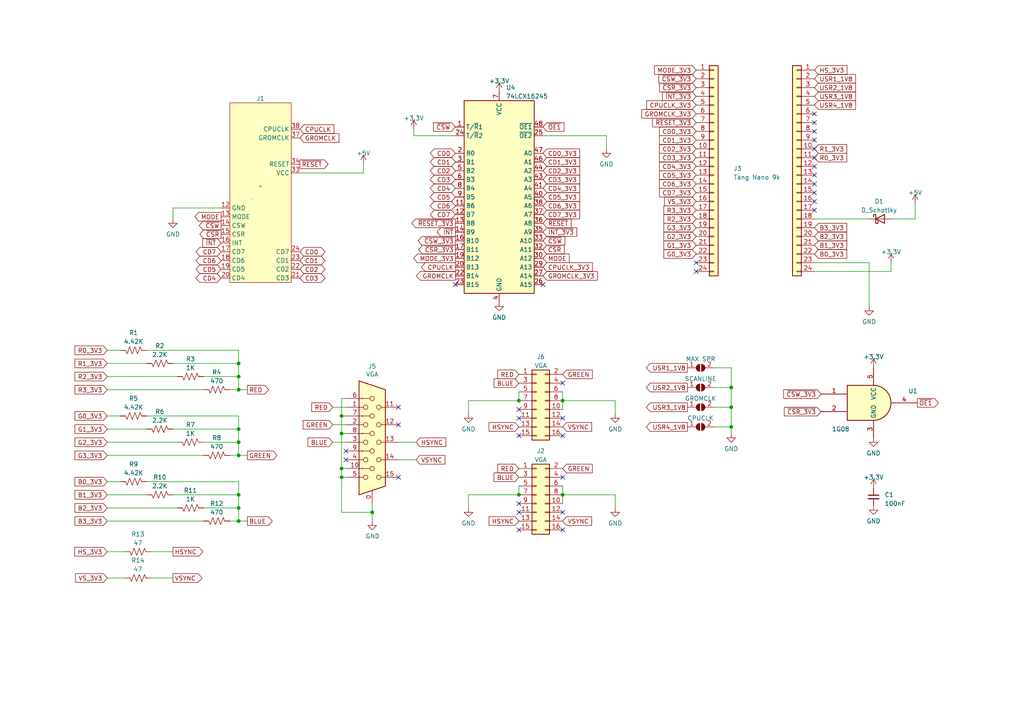
<source format=kicad_sch>
(kicad_sch (version 20230121) (generator eeschema)
  (paper "A4")
  (lib_symbols
    (symbol "74xGxx:74AHC1G08"
      (property "Reference" "U" (at -2.54 3.81 0))
      (property "Value" "74AHC1G08" (at 0 -3.81 0))
      (symbol "74AHC1G08_0_1"
        (arc (start 0 -5.08) (mid 5.0579 0) (end 0 5.08) (stroke (width 0.254)) (fill (type background)))
        (polyline (pts (xy 0 -5.08) (xy -7.62 -5.08) (xy -7.62 5.08) (xy 0 5.08)) (stroke (width 0.254)) (fill (type background)))
      )
      (symbol "74AHC1G08_1_1"
        (pin input line (at -15.24 2.54 0) (length 7.62) (name "~") (number "1"))
        (pin input line (at -15.24 -2.54 0) (length 7.62) (name "~") (number "2"))
        (pin power_in line (at 0 -10.16 90) (length 5.08) (name "GND") (number "3"))
        (pin output line (at 12.7 0 180) (length 7.62) (name "~") (number "4"))
        (pin power_in line (at 0 10.16 270) (length 5.08) (name "VCC") (number "5"))
      )
    )
    (symbol "74xx:MC74LCX16245DT"
      (property "Reference" "U" (at -10.16 29.21 0))
      (property "Value" "MC74LCX16245DT" (at 2.54 -29.21 0))
      (symbol "MC74LCX16245DT_0_1"
        (rectangle (start -10.16 27.94) (end 10.16 -27.94) (stroke (width 0.254)) (fill (type background)))
      )
      (symbol "MC74LCX16245DT_1_1"
        (pin input line (at -12.7 20.32 0) (length 2.54) (name "T/~{R}1") (number "1"))
        (pin passive line (at 0 -30.48 90) (length 2.54) hide (name "GND") (number "10"))
        (pin bidirectional line (at -12.7 -2.54 0) (length 2.54) (name "B6") (number "11"))
        (pin bidirectional line (at -12.7 -5.08 0) (length 2.54) (name "B7") (number "12"))
        (pin bidirectional line (at -12.7 -7.62 0) (length 2.54) (name "B8") (number "13"))
        (pin bidirectional line (at -12.7 -10.16 0) (length 2.54) (name "B9") (number "14"))
        (pin passive line (at 0 -30.48 90) (length 2.54) hide (name "GND") (number "15"))
        (pin bidirectional line (at -12.7 -12.7 0) (length 2.54) (name "B10") (number "16"))
        (pin bidirectional line (at -12.7 -15.24 0) (length 2.54) (name "B11") (number "17"))
        (pin passive line (at 0 30.48 270) (length 2.54) hide (name "VCC") (number "18"))
        (pin bidirectional line (at -12.7 -17.78 0) (length 2.54) (name "B12") (number "19"))
        (pin bidirectional line (at -12.7 12.7 0) (length 2.54) (name "B0") (number "2"))
        (pin bidirectional line (at -12.7 -20.32 0) (length 2.54) (name "B13") (number "20"))
        (pin passive line (at 0 -30.48 90) (length 2.54) hide (name "GND") (number "21"))
        (pin bidirectional line (at -12.7 -22.86 0) (length 2.54) (name "B14") (number "22"))
        (pin bidirectional line (at -12.7 -25.4 0) (length 2.54) (name "B15") (number "23"))
        (pin input line (at -12.7 17.78 0) (length 2.54) (name "T/~{R}2") (number "24"))
        (pin input line (at 12.7 17.78 180) (length 2.54) (name "~{OE2}") (number "25"))
        (pin bidirectional line (at 12.7 -25.4 180) (length 2.54) (name "A15") (number "26"))
        (pin bidirectional line (at 12.7 -22.86 180) (length 2.54) (name "A14") (number "27"))
        (pin passive line (at 0 -30.48 90) (length 2.54) hide (name "GND") (number "28"))
        (pin bidirectional line (at 12.7 -20.32 180) (length 2.54) (name "A13") (number "29"))
        (pin bidirectional line (at -12.7 10.16 0) (length 2.54) (name "B1") (number "3"))
        (pin bidirectional line (at 12.7 -17.78 180) (length 2.54) (name "A12") (number "30"))
        (pin passive line (at 0 30.48 270) (length 2.54) hide (name "VCC") (number "31"))
        (pin bidirectional line (at 12.7 -15.24 180) (length 2.54) (name "A11") (number "32"))
        (pin bidirectional line (at 12.7 -12.7 180) (length 2.54) (name "A10") (number "33"))
        (pin passive line (at 0 -30.48 90) (length 2.54) hide (name "GND") (number "34"))
        (pin bidirectional line (at 12.7 -10.16 180) (length 2.54) (name "A9") (number "35"))
        (pin bidirectional line (at 12.7 -7.62 180) (length 2.54) (name "A8") (number "36"))
        (pin bidirectional line (at 12.7 -5.08 180) (length 2.54) (name "A7") (number "37"))
        (pin bidirectional line (at 12.7 -2.54 180) (length 2.54) (name "A6") (number "38"))
        (pin passive line (at 0 -30.48 90) (length 2.54) hide (name "GND") (number "39"))
        (pin power_in line (at 0 -30.48 90) (length 2.54) (name "GND") (number "4"))
        (pin bidirectional line (at 12.7 0 180) (length 2.54) (name "A5") (number "40"))
        (pin bidirectional line (at 12.7 2.54 180) (length 2.54) (name "A4") (number "41"))
        (pin passive line (at 0 30.48 270) (length 2.54) hide (name "VCC") (number "42"))
        (pin bidirectional line (at 12.7 5.08 180) (length 2.54) (name "A3") (number "43"))
        (pin bidirectional line (at 12.7 7.62 180) (length 2.54) (name "A2") (number "44"))
        (pin passive line (at 0 -30.48 90) (length 2.54) hide (name "GND") (number "45"))
        (pin bidirectional line (at 12.7 10.16 180) (length 2.54) (name "A1") (number "46"))
        (pin bidirectional line (at 12.7 12.7 180) (length 2.54) (name "A0") (number "47"))
        (pin input line (at 12.7 20.32 180) (length 2.54) (name "~{OE1}") (number "48"))
        (pin bidirectional line (at -12.7 7.62 0) (length 2.54) (name "B2") (number "5"))
        (pin bidirectional line (at -12.7 5.08 0) (length 2.54) (name "B3") (number "6"))
        (pin power_in line (at 0 30.48 270) (length 2.54) (name "VCC") (number "7"))
        (pin bidirectional line (at -12.7 2.54 0) (length 2.54) (name "B4") (number "8"))
        (pin bidirectional line (at -12.7 0 0) (length 2.54) (name "B5") (number "9"))
      )
    )
    (symbol "Connector:DB15_Female_HighDensity_MountingHoles" (pin_names (offset 1.016) hide)
      (property "Reference" "J" (at 0 21.59 0))
      (property "Value" "DB15_Female_HighDensity_MountingHoles" (at 0 19.05 0))
      (symbol "DB15_Female_HighDensity_MountingHoles_0_1"
        (circle (center -1.905 -10.16) (radius 0.635))
        (circle (center -1.905 -5.08) (radius 0.635))
        (circle (center -1.905 0) (radius 0.635))
        (circle (center -1.905 5.08) (radius 0.635))
        (circle (center -1.905 10.16) (radius 0.635))
        (circle (center 0 -7.62) (radius 0.635))
        (circle (center 0 -2.54) (radius 0.635))
        (polyline (pts (xy -3.175 7.62) (xy -0.635 7.62)))
        (polyline (pts (xy -0.635 -7.62) (xy -3.175 -7.62)))
        (polyline (pts (xy -0.635 -2.54) (xy -3.175 -2.54)))
        (polyline (pts (xy -0.635 2.54) (xy -3.175 2.54)))
        (polyline (pts (xy -0.635 12.7) (xy -3.175 12.7)))
        (polyline (pts (xy -3.81 17.78) (xy -3.81 -15.24) (xy 3.81 -12.7) (xy 3.81 15.24) (xy -3.81 17.78)) (stroke (width 0.254)) (fill (type background)))
        (circle (center 0 2.54) (radius 0.635))
        (circle (center 0 7.62) (radius 0.635))
        (circle (center 0 12.7) (radius 0.635))
        (circle (center 1.905 -10.16) (radius 0.635))
        (circle (center 1.905 -5.08) (radius 0.635))
        (circle (center 1.905 0) (radius 0.635))
        (circle (center 1.905 5.08) (radius 0.635))
        (circle (center 1.905 10.16) (radius 0.635))
      )
      (symbol "DB15_Female_HighDensity_MountingHoles_1_1"
        (pin passive line (at 0 -17.78 90) (length 3.81) (name "~") (number "0"))
        (pin passive line (at -7.62 10.16 0) (length 5.08) (name "~") (number "1"))
        (pin passive line (at -7.62 -7.62 0) (length 5.08) (name "~") (number "10"))
        (pin passive line (at 7.62 10.16 180) (length 5.08) (name "~") (number "11"))
        (pin passive line (at 7.62 5.08 180) (length 5.08) (name "~") (number "12"))
        (pin passive line (at 7.62 0 180) (length 5.08) (name "~") (number "13"))
        (pin passive line (at 7.62 -5.08 180) (length 5.08) (name "~") (number "14"))
        (pin passive line (at 7.62 -10.16 180) (length 5.08) (name "~") (number "15"))
        (pin passive line (at -7.62 5.08 0) (length 5.08) (name "~") (number "2"))
        (pin passive line (at -7.62 0 0) (length 5.08) (name "~") (number "3"))
        (pin passive line (at -7.62 -5.08 0) (length 5.08) (name "~") (number "4"))
        (pin passive line (at -7.62 -10.16 0) (length 5.08) (name "~") (number "5"))
        (pin passive line (at -7.62 12.7 0) (length 5.08) (name "~") (number "6"))
        (pin passive line (at -7.62 7.62 0) (length 5.08) (name "~") (number "7"))
        (pin passive line (at -7.62 2.54 0) (length 5.08) (name "~") (number "8"))
        (pin passive line (at -7.62 -2.54 0) (length 5.08) (name "~") (number "9"))
      )
    )
    (symbol "Connector_Generic:Conn_01x24" (pin_names (offset 1.016) hide)
      (property "Reference" "J" (at 0 30.48 0))
      (property "Value" "Conn_01x24" (at 0 -33.02 0))
      (symbol "Conn_01x24_1_1"
        (rectangle (start -1.27 -30.353) (end 0 -30.607) (stroke (width 0.1524)))
        (rectangle (start -1.27 -27.813) (end 0 -28.067) (stroke (width 0.1524)))
        (rectangle (start -1.27 -25.273) (end 0 -25.527) (stroke (width 0.1524)))
        (rectangle (start -1.27 -22.733) (end 0 -22.987) (stroke (width 0.1524)))
        (rectangle (start -1.27 -20.193) (end 0 -20.447) (stroke (width 0.1524)))
        (rectangle (start -1.27 -17.653) (end 0 -17.907) (stroke (width 0.1524)))
        (rectangle (start -1.27 -15.113) (end 0 -15.367) (stroke (width 0.1524)))
        (rectangle (start -1.27 -12.573) (end 0 -12.827) (stroke (width 0.1524)))
        (rectangle (start -1.27 -10.033) (end 0 -10.287) (stroke (width 0.1524)))
        (rectangle (start -1.27 -7.493) (end 0 -7.747) (stroke (width 0.1524)))
        (rectangle (start -1.27 -4.953) (end 0 -5.207) (stroke (width 0.1524)))
        (rectangle (start -1.27 -2.413) (end 0 -2.667) (stroke (width 0.1524)))
        (rectangle (start -1.27 0.127) (end 0 -0.127) (stroke (width 0.1524)))
        (rectangle (start -1.27 2.667) (end 0 2.413) (stroke (width 0.1524)))
        (rectangle (start -1.27 5.207) (end 0 4.953) (stroke (width 0.1524)))
        (rectangle (start -1.27 7.747) (end 0 7.493) (stroke (width 0.1524)))
        (rectangle (start -1.27 10.287) (end 0 10.033) (stroke (width 0.1524)))
        (rectangle (start -1.27 12.827) (end 0 12.573) (stroke (width 0.1524)))
        (rectangle (start -1.27 15.367) (end 0 15.113) (stroke (width 0.1524)))
        (rectangle (start -1.27 17.907) (end 0 17.653) (stroke (width 0.1524)))
        (rectangle (start -1.27 20.447) (end 0 20.193) (stroke (width 0.1524)))
        (rectangle (start -1.27 22.987) (end 0 22.733) (stroke (width 0.1524)))
        (rectangle (start -1.27 25.527) (end 0 25.273) (stroke (width 0.1524)))
        (rectangle (start -1.27 28.067) (end 0 27.813) (stroke (width 0.1524)))
        (rectangle (start -1.27 29.21) (end 1.27 -31.75) (stroke (width 0.254)) (fill (type background)))
        (pin passive line (at -5.08 27.94 0) (length 3.81) (name "Pin_1") (number "1"))
        (pin passive line (at -5.08 5.08 0) (length 3.81) (name "Pin_10") (number "10"))
        (pin passive line (at -5.08 2.54 0) (length 3.81) (name "Pin_11") (number "11"))
        (pin passive line (at -5.08 0 0) (length 3.81) (name "Pin_12") (number "12"))
        (pin passive line (at -5.08 -2.54 0) (length 3.81) (name "Pin_13") (number "13"))
        (pin passive line (at -5.08 -5.08 0) (length 3.81) (name "Pin_14") (number "14"))
        (pin passive line (at -5.08 -7.62 0) (length 3.81) (name "Pin_15") (number "15"))
        (pin passive line (at -5.08 -10.16 0) (length 3.81) (name "Pin_16") (number "16"))
        (pin passive line (at -5.08 -12.7 0) (length 3.81) (name "Pin_17") (number "17"))
        (pin passive line (at -5.08 -15.24 0) (length 3.81) (name "Pin_18") (number "18"))
        (pin passive line (at -5.08 -17.78 0) (length 3.81) (name "Pin_19") (number "19"))
        (pin passive line (at -5.08 25.4 0) (length 3.81) (name "Pin_2") (number "2"))
        (pin passive line (at -5.08 -20.32 0) (length 3.81) (name "Pin_20") (number "20"))
        (pin passive line (at -5.08 -22.86 0) (length 3.81) (name "Pin_21") (number "21"))
        (pin passive line (at -5.08 -25.4 0) (length 3.81) (name "Pin_22") (number "22"))
        (pin passive line (at -5.08 -27.94 0) (length 3.81) (name "Pin_23") (number "23"))
        (pin passive line (at -5.08 -30.48 0) (length 3.81) (name "Pin_24") (number "24"))
        (pin passive line (at -5.08 22.86 0) (length 3.81) (name "Pin_3") (number "3"))
        (pin passive line (at -5.08 20.32 0) (length 3.81) (name "Pin_4") (number "4"))
        (pin passive line (at -5.08 17.78 0) (length 3.81) (name "Pin_5") (number "5"))
        (pin passive line (at -5.08 15.24 0) (length 3.81) (name "Pin_6") (number "6"))
        (pin passive line (at -5.08 12.7 0) (length 3.81) (name "Pin_7") (number "7"))
        (pin passive line (at -5.08 10.16 0) (length 3.81) (name "Pin_8") (number "8"))
        (pin passive line (at -5.08 7.62 0) (length 3.81) (name "Pin_9") (number "9"))
      )
    )
    (symbol "Connector_Generic:Conn_02x08_Odd_Even" (pin_names (offset 1.016) hide)
      (property "Reference" "J" (at 1.27 10.16 0))
      (property "Value" "Conn_02x08_Odd_Even" (at 1.27 -12.7 0))
      (symbol "Conn_02x08_Odd_Even_1_1"
        (rectangle (start -1.27 -10.033) (end 0 -10.287) (stroke (width 0.1524)))
        (rectangle (start -1.27 -7.493) (end 0 -7.747) (stroke (width 0.1524)))
        (rectangle (start -1.27 -4.953) (end 0 -5.207) (stroke (width 0.1524)))
        (rectangle (start -1.27 -2.413) (end 0 -2.667) (stroke (width 0.1524)))
        (rectangle (start -1.27 0.127) (end 0 -0.127) (stroke (width 0.1524)))
        (rectangle (start -1.27 2.667) (end 0 2.413) (stroke (width 0.1524)))
        (rectangle (start -1.27 5.207) (end 0 4.953) (stroke (width 0.1524)))
        (rectangle (start -1.27 7.747) (end 0 7.493) (stroke (width 0.1524)))
        (rectangle (start -1.27 8.89) (end 3.81 -11.43) (stroke (width 0.254)) (fill (type background)))
        (rectangle (start 3.81 -10.033) (end 2.54 -10.287) (stroke (width 0.1524)))
        (rectangle (start 3.81 -7.493) (end 2.54 -7.747) (stroke (width 0.1524)))
        (rectangle (start 3.81 -4.953) (end 2.54 -5.207) (stroke (width 0.1524)))
        (rectangle (start 3.81 -2.413) (end 2.54 -2.667) (stroke (width 0.1524)))
        (rectangle (start 3.81 0.127) (end 2.54 -0.127) (stroke (width 0.1524)))
        (rectangle (start 3.81 2.667) (end 2.54 2.413) (stroke (width 0.1524)))
        (rectangle (start 3.81 5.207) (end 2.54 4.953) (stroke (width 0.1524)))
        (rectangle (start 3.81 7.747) (end 2.54 7.493) (stroke (width 0.1524)))
        (pin passive line (at -5.08 7.62 0) (length 3.81) (name "Pin_1") (number "1"))
        (pin passive line (at 7.62 -2.54 180) (length 3.81) (name "Pin_10") (number "10"))
        (pin passive line (at -5.08 -5.08 0) (length 3.81) (name "Pin_11") (number "11"))
        (pin passive line (at 7.62 -5.08 180) (length 3.81) (name "Pin_12") (number "12"))
        (pin passive line (at -5.08 -7.62 0) (length 3.81) (name "Pin_13") (number "13"))
        (pin passive line (at 7.62 -7.62 180) (length 3.81) (name "Pin_14") (number "14"))
        (pin passive line (at -5.08 -10.16 0) (length 3.81) (name "Pin_15") (number "15"))
        (pin passive line (at 7.62 -10.16 180) (length 3.81) (name "Pin_16") (number "16"))
        (pin passive line (at 7.62 7.62 180) (length 3.81) (name "Pin_2") (number "2"))
        (pin passive line (at -5.08 5.08 0) (length 3.81) (name "Pin_3") (number "3"))
        (pin passive line (at 7.62 5.08 180) (length 3.81) (name "Pin_4") (number "4"))
        (pin passive line (at -5.08 2.54 0) (length 3.81) (name "Pin_5") (number "5"))
        (pin passive line (at 7.62 2.54 180) (length 3.81) (name "Pin_6") (number "6"))
        (pin passive line (at -5.08 0 0) (length 3.81) (name "Pin_7") (number "7"))
        (pin passive line (at 7.62 0 180) (length 3.81) (name "Pin_8") (number "8"))
        (pin passive line (at -5.08 -2.54 0) (length 3.81) (name "Pin_9") (number "9"))
      )
    )
    (symbol "Device:C_Small" (pin_numbers hide) (pin_names (offset 0.254) hide)
      (property "Reference" "C" (at 0.254 1.778 0))
      (property "Value" "C_Small" (at 0.254 -2.032 0))
      (symbol "C_Small_0_1"
        (polyline (pts (xy -1.524 -0.508) (xy 1.524 -0.508)) (stroke (width 0.3302)))
        (polyline (pts (xy -1.524 0.508) (xy 1.524 0.508)) (stroke (width 0.3048)))
      )
      (symbol "C_Small_1_1"
        (pin passive line (at 0 2.54 270) (length 2.032) (name "~") (number "1"))
        (pin passive line (at 0 -2.54 90) (length 2.032) (name "~") (number "2"))
      )
    )
    (symbol "Device:D_Schottky" (pin_numbers hide) (pin_names (offset 1.016) hide)
      (property "Reference" "D" (at 0 2.54 0))
      (property "Value" "D_Schottky" (at 0 -2.54 0))
      (symbol "D_Schottky_0_1"
        (polyline (pts (xy 1.27 0) (xy -1.27 0)))
        (polyline (pts (xy 1.27 1.27) (xy 1.27 -1.27) (xy -1.27 0) (xy 1.27 1.27)) (stroke (width 0.254)))
        (polyline (pts (xy -1.905 0.635) (xy -1.905 1.27) (xy -1.27 1.27) (xy -1.27 -1.27) (xy -0.635 -1.27) (xy -0.635 -0.635)) (stroke (width 0.254)))
      )
      (symbol "D_Schottky_1_1"
        (pin passive line (at -3.81 0 0) (length 2.54) (name "K") (number "1"))
        (pin passive line (at 3.81 0 180) (length 2.54) (name "A") (number "2"))
      )
    )
    (symbol "Device:R_US" (pin_numbers hide) (pin_names (offset 0))
      (property "Reference" "R" (at 2.54 0 90))
      (property "Value" "R_US" (at -2.54 0 90))
      (symbol "R_US_0_1"
        (polyline (pts (xy 0 -2.286) (xy 0 -2.54)))
        (polyline (pts (xy 0 2.286) (xy 0 2.54)))
        (polyline (pts (xy 0 -0.762) (xy 1.016 -1.143) (xy 0 -1.524) (xy -1.016 -1.905) (xy 0 -2.286)))
        (polyline (pts (xy 0 0.762) (xy 1.016 0.381) (xy 0 0) (xy -1.016 -0.381) (xy 0 -0.762)))
        (polyline (pts (xy 0 2.286) (xy 1.016 1.905) (xy 0 1.524) (xy -1.016 1.143) (xy 0 0.762)))
      )
      (symbol "R_US_1_1"
        (pin passive line (at 0 3.81 270) (length 1.27) (name "~") (number "1"))
        (pin passive line (at 0 -3.81 90) (length 1.27) (name "~") (number "2"))
      )
    )
    (symbol "SolderJumper_2_Open_1" (pin_names (offset 0) hide)
      (symbol "SolderJumper_2_Open_1_0_1"
        (arc (start -0.254 1.016) (mid -1.2656 0) (end -0.254 -1.016))
        (arc (start -0.254 1.016) (mid -1.2656 0) (end -0.254 -1.016) (fill (type outline)))
        (polyline (pts (xy -0.254 1.016) (xy -0.254 -1.016)))
        (polyline (pts (xy 0.254 1.016) (xy 0.254 -1.016)))
        (arc (start 0.254 -1.016) (mid 1.2656 0) (end 0.254 1.016))
        (arc (start 0.254 -1.016) (mid 1.2656 0) (end 0.254 1.016) (fill (type outline)))
      )
      (symbol "SolderJumper_2_Open_1_1_1"
        (pin passive line (at -3.81 0 0) (length 2.54) (name "A") (number "1"))
        (pin passive line (at 3.81 0 180) (length 2.54) (name "B") (number "2"))
      )
    )
    (symbol "f18a_tn9k:TMS99xxA_Replacement"
      (property "Reference" "J" (at 0 0 0))
      (symbol "TMS99xxA_Replacement_0_1"
        (rectangle (start -2.54 -3.81) (end -2.54 -3.81))
      )
      (symbol "TMS99xxA_Replacement_1_1"
        (rectangle (start -8.89 24.13) (end 8.89 -27.94) (fill (type background)))
        (pin power_out line (at -11.43 -6.35 0) (length 2.54) (name "GND") (number "12"))
        (pin output line (at -11.43 -8.89 0) (length 2.54) (name "MODE") (number "13"))
        (pin output line (at -11.43 -11.43 0) (length 2.54) (name "CSW") (number "14"))
        (pin output line (at -11.43 -13.97 0) (length 2.54) (name "CSR") (number "15"))
        (pin input line (at -11.43 -16.51 0) (length 2.54) (name "INT") (number "16"))
        (pin bidirectional line (at -11.43 -19.05 0) (length 2.54) (name "CD7") (number "17"))
        (pin bidirectional line (at -11.43 -21.59 0) (length 2.54) (name "CD6") (number "18"))
        (pin bidirectional line (at -11.43 -24.13 0) (length 2.54) (name "CD5") (number "19"))
        (pin bidirectional line (at -11.43 -26.67 0) (length 2.54) (name "CD4") (number "20"))
        (pin bidirectional line (at 11.43 -26.67 180) (length 2.54) (name "CD3") (number "21"))
        (pin bidirectional line (at 11.43 -24.13 180) (length 2.54) (name "CD2") (number "22"))
        (pin bidirectional line (at 11.43 -21.59 180) (length 2.54) (name "CD1") (number "23"))
        (pin bidirectional line (at 11.43 -19.05 180) (length 2.54) (name "CD7") (number "24"))
        (pin power_out line (at 11.43 3.81 180) (length 2.54) (name "VCC") (number "33"))
        (pin output line (at 11.43 6.35 180) (length 2.54) (name "RESET") (number "34"))
        (pin input line (at 11.43 13.97 180) (length 2.54) (name "GROMCLK") (number "37"))
        (pin input line (at 11.43 16.51 180) (length 2.54) (name "CPUCLK") (number "38"))
      )
    )
    (symbol "power:+3.3V" (power) (pin_names (offset 0))
      (property "Value" "+3.3V" (at 0 3.556 0))
      (symbol "+3.3V_0_1"
        (polyline (pts (xy -0.762 1.27) (xy 0 2.54)))
        (polyline (pts (xy 0 0) (xy 0 2.54)))
        (polyline (pts (xy 0 2.54) (xy 0.762 1.27)))
      )
      (symbol "+3.3V_1_1"
        (pin power_in line (at 0 0 90) (length 0) hide (name "+3.3V") (number "1"))
      )
    )
    (symbol "power:+5V" (power) (pin_names (offset 0))
      (property "Value" "+5V" (at 0 3.556 0))
      (symbol "+5V_0_1"
        (polyline (pts (xy -0.762 1.27) (xy 0 2.54)))
        (polyline (pts (xy 0 0) (xy 0 2.54)))
        (polyline (pts (xy 0 2.54) (xy 0.762 1.27)))
      )
      (symbol "+5V_1_1"
        (pin power_in line (at 0 0 90) (length 0) hide (name "+5V") (number "1"))
      )
    )
    (symbol "power:GND" (power) (pin_names (offset 0))
      (property "Value" "GND" (at 0 -3.81 0))
      (symbol "GND_0_1"
        (polyline (pts (xy 0 0) (xy 0 -1.27) (xy 1.27 -1.27) (xy 0 -2.54) (xy -1.27 -1.27) (xy 0 -1.27)))
      )
      (symbol "GND_1_1"
        (pin power_in line (at 0 0 270) (length 0) hide (name "GND") (number "1"))
      )
    )
  )
  (junction (at 107.95 148.59))
  (junction (at 69.215 124.46))
  (junction (at 69.215 151.13))
  (junction (at 150.495 116.205))
  (junction (at 99.06 135.89))
  (junction (at 99.06 138.43))
  (junction (at 99.06 125.73))
  (junction (at 212.09 118.11))
  (junction (at 69.215 113.03))
  (junction (at 69.215 105.41))
  (junction (at 163.195 143.51))
  (junction (at 69.215 109.22))
  (junction (at 163.195 116.205))
  (junction (at 212.09 123.825))
  (junction (at 69.215 147.32))
  (junction (at 150.495 143.51))
  (junction (at 212.09 112.395))
  (junction (at 69.215 143.51))
  (junction (at 69.215 128.27))
  (junction (at 99.06 120.65))
  (junction (at 69.215 132.08))
  (no_connect (at 150.495 121.285))
  (no_connect (at 132.08 82.55))
  (no_connect (at 236.22 43.18))
  (no_connect (at 163.195 111.125))
  (no_connect (at 236.22 35.56))
  (no_connect (at 236.22 55.88))
  (no_connect (at 150.495 146.05))
  (no_connect (at 236.22 38.1))
  (no_connect (at 236.22 48.26))
  (no_connect (at 236.22 58.42))
  (no_connect (at 236.22 50.8))
  (no_connect (at 163.195 148.59))
  (no_connect (at 163.195 121.285))
  (no_connect (at 115.57 118.11))
  (no_connect (at 236.22 33.02))
  (no_connect (at 163.195 138.43))
  (no_connect (at 201.93 78.74))
  (no_connect (at 236.22 53.34))
  (no_connect (at 150.495 118.745))
  (no_connect (at 115.57 123.19))
  (no_connect (at 100.33 130.81))
  (no_connect (at 157.48 82.55))
  (no_connect (at 236.22 45.72))
  (no_connect (at 163.195 153.67))
  (no_connect (at 163.195 126.365))
  (no_connect (at 150.495 126.365))
  (no_connect (at 236.22 60.96))
  (no_connect (at 115.57 138.43))
  (no_connect (at 150.495 153.67))
  (no_connect (at 150.495 148.59))
  (no_connect (at 100.33 133.35))
  (no_connect (at 201.93 76.2))
  (no_connect (at 236.22 40.64))
  (wire (pts (xy 69.215 143.51) (xy 69.215 139.7)))
  (wire (pts (xy 107.95 151.13) (xy 107.95 148.59)))
  (wire (pts (xy 135.89 120.015) (xy 135.89 116.205)))
  (wire (pts (xy 258.445 78.74) (xy 258.445 76.2)))
  (wire (pts (xy 107.95 148.59) (xy 107.95 146.05)))
  (wire (pts (xy 50.165 60.325) (xy 50.165 63.5)))
  (wire (pts (xy 69.215 120.65) (xy 42.545 120.65)))
  (wire (pts (xy 175.895 39.37) (xy 175.895 43.18)))
  (wire (pts (xy 69.215 132.08) (xy 66.675 132.08)))
  (wire (pts (xy 150.495 140.97) (xy 150.495 143.51)))
  (wire (pts (xy 157.48 39.37) (xy 175.895 39.37)))
  (wire (pts (xy 252.095 76.2) (xy 252.095 88.9)))
  (wire (pts (xy 99.06 138.43) (xy 99.06 148.59)))
  (wire (pts (xy 69.215 128.27) (xy 69.215 124.46)))
  (wire (pts (xy 50.165 167.64) (xy 43.815 167.64)))
  (wire (pts (xy 99.06 135.89) (xy 99.06 138.43)))
  (wire (pts (xy 212.09 118.11) (xy 212.09 123.825)))
  (wire (pts (xy 50.165 160.02) (xy 43.815 160.02)))
  (wire (pts (xy 212.09 106.68) (xy 212.09 112.395)))
  (wire (pts (xy 100.33 115.57) (xy 99.06 115.57)))
  (wire (pts (xy 34.925 139.7) (xy 31.115 139.7)))
  (wire (pts (xy 100.33 135.89) (xy 99.06 135.89)))
  (wire (pts (xy 59.055 128.27) (xy 69.215 128.27)))
  (wire (pts (xy 69.215 147.32) (xy 69.215 151.13)))
  (wire (pts (xy 163.195 113.665) (xy 163.195 116.205)))
  (wire (pts (xy 100.33 120.65) (xy 99.06 120.65)))
  (wire (pts (xy 163.195 143.51) (xy 163.195 146.05)))
  (wire (pts (xy 99.06 148.59) (xy 107.95 148.59)))
  (wire (pts (xy 51.435 109.22) (xy 31.115 109.22)))
  (wire (pts (xy 135.89 143.51) (xy 150.495 143.51)))
  (wire (pts (xy 212.09 123.825) (xy 212.09 125.73)))
  (wire (pts (xy 71.755 151.13) (xy 69.215 151.13)))
  (wire (pts (xy 259.08 63.5) (xy 265.43 63.5)))
  (wire (pts (xy 64.135 60.325) (xy 50.165 60.325)))
  (wire (pts (xy 69.215 101.6) (xy 42.545 101.6)))
  (wire (pts (xy 178.435 147.32) (xy 178.435 143.51)))
  (wire (pts (xy 96.52 123.19) (xy 100.33 123.19)))
  (wire (pts (xy 207.01 112.395) (xy 212.09 112.395)))
  (wire (pts (xy 135.89 147.32) (xy 135.89 143.51)))
  (wire (pts (xy 105.41 50.165) (xy 105.41 47.625)))
  (wire (pts (xy 69.215 113.03) (xy 66.675 113.03)))
  (wire (pts (xy 59.055 109.22) (xy 69.215 109.22)))
  (wire (pts (xy 69.215 105.41) (xy 69.215 101.6)))
  (wire (pts (xy 236.22 78.74) (xy 258.445 78.74)))
  (wire (pts (xy 59.055 132.08) (xy 31.115 132.08)))
  (wire (pts (xy 36.195 160.02) (xy 31.115 160.02)))
  (wire (pts (xy 100.33 138.43) (xy 99.06 138.43)))
  (wire (pts (xy 135.89 116.205) (xy 150.495 116.205)))
  (wire (pts (xy 96.52 118.11) (xy 100.33 118.11)))
  (wire (pts (xy 99.06 115.57) (xy 99.06 120.65)))
  (wire (pts (xy 120.65 133.35) (xy 115.57 133.35)))
  (wire (pts (xy 150.495 113.665) (xy 150.495 116.205)))
  (wire (pts (xy 178.435 116.205) (xy 163.195 116.205)))
  (wire (pts (xy 212.09 112.395) (xy 212.09 118.11)))
  (wire (pts (xy 51.435 147.32) (xy 31.115 147.32)))
  (wire (pts (xy 236.22 76.2) (xy 252.095 76.2)))
  (wire (pts (xy 115.57 128.27) (xy 120.65 128.27)))
  (wire (pts (xy 69.215 147.32) (xy 69.215 143.51)))
  (wire (pts (xy 178.435 143.51) (xy 163.195 143.51)))
  (wire (pts (xy 207.01 118.11) (xy 212.09 118.11)))
  (wire (pts (xy 42.545 124.46) (xy 31.115 124.46)))
  (wire (pts (xy 71.755 113.03) (xy 69.215 113.03)))
  (wire (pts (xy 99.06 120.65) (xy 99.06 125.73)))
  (wire (pts (xy 69.215 109.22) (xy 69.215 105.41)))
  (wire (pts (xy 265.43 63.5) (xy 265.43 59.055)))
  (wire (pts (xy 99.06 125.73) (xy 99.06 135.89)))
  (wire (pts (xy 59.055 113.03) (xy 31.115 113.03)))
  (wire (pts (xy 178.435 120.015) (xy 178.435 116.205)))
  (wire (pts (xy 69.215 124.46) (xy 69.215 120.65)))
  (wire (pts (xy 34.925 101.6) (xy 31.115 101.6)))
  (wire (pts (xy 69.215 151.13) (xy 66.675 151.13)))
  (wire (pts (xy 100.33 125.73) (xy 99.06 125.73)))
  (wire (pts (xy 69.215 143.51) (xy 50.165 143.51)))
  (wire (pts (xy 42.545 143.51) (xy 31.115 143.51)))
  (wire (pts (xy 120.015 39.37) (xy 132.08 39.37)))
  (wire (pts (xy 69.215 128.27) (xy 69.215 132.08)))
  (wire (pts (xy 207.01 123.825) (xy 212.09 123.825)))
  (wire (pts (xy 86.995 50.165) (xy 105.41 50.165)))
  (wire (pts (xy 34.925 120.65) (xy 31.115 120.65)))
  (wire (pts (xy 69.215 105.41) (xy 50.165 105.41)))
  (wire (pts (xy 71.755 132.08) (xy 69.215 132.08)))
  (wire (pts (xy 59.055 151.13) (xy 31.115 151.13)))
  (wire (pts (xy 163.195 140.97) (xy 163.195 143.51)))
  (wire (pts (xy 163.195 116.205) (xy 163.195 118.745)))
  (wire (pts (xy 51.435 128.27) (xy 31.115 128.27)))
  (wire (pts (xy 69.215 139.7) (xy 42.545 139.7)))
  (wire (pts (xy 207.01 106.68) (xy 212.09 106.68)))
  (wire (pts (xy 69.215 124.46) (xy 50.165 124.46)))
  (wire (pts (xy 236.22 63.5) (xy 251.46 63.5)))
  (wire (pts (xy 100.33 128.27) (xy 96.52 128.27)))
  (wire (pts (xy 42.545 105.41) (xy 31.115 105.41)))
  (wire (pts (xy 120.015 37.465) (xy 120.015 39.37)))
  (wire (pts (xy 36.195 167.64) (xy 31.115 167.64)))
  (wire (pts (xy 59.055 147.32) (xy 69.215 147.32)))
  (wire (pts (xy 69.215 109.22) (xy 69.215 113.03)))
  (global_label "R2_3V3" (shape input) (at 31.115 109.22 180) (property "Intersheetrefs" "${INTERSHEET_REFS}" (effects hide)))
  (global_label "CD6" (shape bidirectional) (at 132.08 59.69 180) (property "Intersheetrefs" "${INTERSHEET_REFS}" (effects hide)))
  (global_label "CD5" (shape bidirectional) (at 132.08 57.15 180) (property "Intersheetrefs" "${INTERSHEET_REFS}" (effects hide)))
  (global_label "B1_3V3" (shape input) (at 31.115 143.51 180) (property "Intersheetrefs" "${INTERSHEET_REFS}" (effects hide)))
  (global_label "CPUCLK_3V3" (shape input) (at 157.48 77.47 0) (property "Intersheetrefs" "${INTERSHEET_REFS}" (effects hide)))
  (global_label "GREEN" (shape input) (at 96.52 123.19 180) (property "Intersheetrefs" "${INTERSHEET_REFS}" (effects hide)))
  (global_label "R0_3V3" (shape input) (at 31.115 101.6 180) (property "Intersheetrefs" "${INTERSHEET_REFS}" (effects hide)))
  (global_label "B1_3V3" (shape input) (at 236.22 71.12 0) (property "Intersheetrefs" "${INTERSHEET_REFS}" (effects hide)))
  (global_label "~{RESET_3V3}" (shape input) (at 201.93 35.56 180) (property "Intersheetrefs" "${INTERSHEET_REFS}" (effects hide)))
  (global_label "B3_3V3" (shape input) (at 31.115 151.13 180) (property "Intersheetrefs" "${INTERSHEET_REFS}" (effects hide)))
  (global_label "G0_3V3" (shape input) (at 201.93 73.66 180) (property "Intersheetrefs" "${INTERSHEET_REFS}" (effects hide)))
  (global_label "GREEN" (shape input) (at 163.195 108.585 0) (property "Intersheetrefs" "${INTERSHEET_REFS}" (effects hide)))
  (global_label "GREEN" (shape input) (at 163.195 135.89 0) (property "Intersheetrefs" "${INTERSHEET_REFS}" (effects hide)))
  (global_label "RED" (shape input) (at 150.495 135.89 180) (property "Intersheetrefs" "${INTERSHEET_REFS}" (effects hide)))
  (global_label "BLUE" (shape input) (at 150.495 111.125 180) (property "Intersheetrefs" "${INTERSHEET_REFS}" (effects hide)))
  (global_label "GROMCLK_3V3" (shape input) (at 201.93 33.02 180) (property "Intersheetrefs" "${INTERSHEET_REFS}" (effects hide)))
  (global_label "~{CSR}" (shape input) (at 157.48 72.39 0) (property "Intersheetrefs" "${INTERSHEET_REFS}" (effects hide)))
  (global_label "CD7_3V3" (shape input) (at 201.93 55.88 180) (property "Intersheetrefs" "${INTERSHEET_REFS}" (effects hide)))
  (global_label "B0_3V3" (shape input) (at 236.22 73.66 0) (property "Intersheetrefs" "${INTERSHEET_REFS}" (effects hide)))
  (global_label "~{CSW}" (shape output) (at 64.135 65.405 180) (property "Intersheetrefs" "${INTERSHEET_REFS}" (effects hide)))
  (global_label "GROMCLK" (shape output) (at 132.08 80.01 180) (property "Intersheetrefs" "${INTERSHEET_REFS}" (effects hide)))
  (global_label "~{CSR}" (shape output) (at 64.135 67.945 180) (property "Intersheetrefs" "${INTERSHEET_REFS}" (effects hide)))
  (global_label "G2_3V3" (shape input) (at 31.115 128.27 180) (property "Intersheetrefs" "${INTERSHEET_REFS}" (effects hide)))
  (global_label "CD0_3V3" (shape input) (at 201.93 38.1 180) (property "Intersheetrefs" "${INTERSHEET_REFS}" (effects hide)))
  (global_label "RED" (shape input) (at 96.52 118.11 180) (property "Intersheetrefs" "${INTERSHEET_REFS}" (effects hide)))
  (global_label "CPUCLK_3V3" (shape input) (at 201.93 30.48 180) (property "Intersheetrefs" "${INTERSHEET_REFS}" (effects hide)))
  (global_label "CD1_3V3" (shape input) (at 157.48 46.99 0) (property "Intersheetrefs" "${INTERSHEET_REFS}" (effects hide)))
  (global_label "CD0_3V3" (shape input) (at 157.48 44.45 0) (property "Intersheetrefs" "${INTERSHEET_REFS}" (effects hide)))
  (global_label "R1_3V3" (shape input) (at 236.22 43.18 0) (property "Intersheetrefs" "${INTERSHEET_REFS}" (effects hide)))
  (global_label "USR1_1V8" (shape output) (at 199.39 106.68 180) (property "Intersheetrefs" "${INTERSHEET_REFS}" (effects hide)))
  (global_label "BLUE" (shape output) (at 71.755 151.13 0) (property "Intersheetrefs" "${INTERSHEET_REFS}" (effects hide)))
  (global_label "MODE" (shape output) (at 64.135 62.865 180) (property "Intersheetrefs" "${INTERSHEET_REFS}" (effects hide)))
  (global_label "VSYNC" (shape input) (at 120.65 133.35 0) (property "Intersheetrefs" "${INTERSHEET_REFS}" (effects hide)))
  (global_label "R2_3V3" (shape input) (at 201.93 63.5 180) (property "Intersheetrefs" "${INTERSHEET_REFS}" (effects hide)))
  (global_label "~{CSR_3V3}" (shape input) (at 201.93 25.4 180) (property "Intersheetrefs" "${INTERSHEET_REFS}" (effects hide)))
  (global_label "~{CSW}" (shape input) (at 132.08 36.83 180) (property "Intersheetrefs" "${INTERSHEET_REFS}" (effects hide)))
  (global_label "CD3" (shape bidirectional) (at 132.08 52.07 180) (property "Intersheetrefs" "${INTERSHEET_REFS}" (effects hide)))
  (global_label "GROMCLK" (shape input) (at 86.995 40.005 0) (property "Intersheetrefs" "${INTERSHEET_REFS}" (effects hide)))
  (global_label "HSYNC" (shape input) (at 150.495 151.13 180) (property "Intersheetrefs" "${INTERSHEET_REFS}" (effects hide)))
  (global_label "CD3_3V3" (shape input) (at 201.93 45.72 180) (property "Intersheetrefs" "${INTERSHEET_REFS}" (effects hide)))
  (global_label "CD0" (shape bidirectional) (at 132.08 44.45 180) (property "Intersheetrefs" "${INTERSHEET_REFS}" (effects hide)))
  (global_label "CD2" (shape bidirectional) (at 86.995 78.105 0) (property "Intersheetrefs" "${INTERSHEET_REFS}" (effects hide)))
  (global_label "B3_3V3" (shape input) (at 236.22 66.04 0) (property "Intersheetrefs" "${INTERSHEET_REFS}" (effects hide)))
  (global_label "~{INT}" (shape input) (at 64.135 70.485 180) (property "Intersheetrefs" "${INTERSHEET_REFS}" (effects hide)))
  (global_label "CD5" (shape bidirectional) (at 64.135 78.105 180) (property "Intersheetrefs" "${INTERSHEET_REFS}" (effects hide)))
  (global_label "VSYNC" (shape input) (at 163.195 123.825 0) (property "Intersheetrefs" "${INTERSHEET_REFS}" (effects hide)))
  (global_label "CD7" (shape bidirectional) (at 64.135 73.025 180) (property "Intersheetrefs" "${INTERSHEET_REFS}" (effects hide)))
  (global_label "G1_3V3" (shape input) (at 31.115 124.46 180) (property "Intersheetrefs" "${INTERSHEET_REFS}" (effects hide)))
  (global_label "VSYNC" (shape input) (at 163.195 151.13 0) (property "Intersheetrefs" "${INTERSHEET_REFS}" (effects hide)))
  (global_label "CD7" (shape bidirectional) (at 132.08 62.23 180) (property "Intersheetrefs" "${INTERSHEET_REFS}" (effects hide)))
  (global_label "G0_3V3" (shape input) (at 31.115 120.65 180) (property "Intersheetrefs" "${INTERSHEET_REFS}" (effects hide)))
  (global_label "~{INT}" (shape output) (at 132.08 67.31 180) (property "Intersheetrefs" "${INTERSHEET_REFS}" (effects hide)))
  (global_label "CD6" (shape bidirectional) (at 64.135 75.565 180) (property "Intersheetrefs" "${INTERSHEET_REFS}" (effects hide)))
  (global_label "USR3_1V8" (shape input) (at 236.22 27.94 0) (property "Intersheetrefs" "${INTERSHEET_REFS}" (effects hide)))
  (global_label "CD4" (shape bidirectional) (at 132.08 54.61 180) (property "Intersheetrefs" "${INTERSHEET_REFS}" (effects hide)))
  (global_label "RED" (shape input) (at 150.495 108.585 180) (property "Intersheetrefs" "${INTERSHEET_REFS}" (effects hide)))
  (global_label "GREEN" (shape output) (at 71.755 132.08 0) (property "Intersheetrefs" "${INTERSHEET_REFS}" (effects hide)))
  (global_label "CD4_3V3" (shape input) (at 157.48 54.61 0) (property "Intersheetrefs" "${INTERSHEET_REFS}" (effects hide)))
  (global_label "CD3_3V3" (shape input) (at 157.48 52.07 0) (property "Intersheetrefs" "${INTERSHEET_REFS}" (effects hide)))
  (global_label "G2_3V3" (shape input) (at 201.93 68.58 180) (property "Intersheetrefs" "${INTERSHEET_REFS}" (effects hide)))
  (global_label "CD2" (shape bidirectional) (at 132.08 49.53 180) (property "Intersheetrefs" "${INTERSHEET_REFS}" (effects hide)))
  (global_label "CD1_3V3" (shape input) (at 201.93 40.64 180) (property "Intersheetrefs" "${INTERSHEET_REFS}" (effects hide)))
  (global_label "~{CSR_3V3}" (shape input) (at 238.125 119.38 180) (property "Intersheetrefs" "${INTERSHEET_REFS}" (effects hide)))
  (global_label "GROMCLK_3V3" (shape input) (at 157.48 80.01 0) (property "Intersheetrefs" "${INTERSHEET_REFS}" (effects hide)))
  (global_label "CD6_3V3" (shape input) (at 157.48 59.69 0) (property "Intersheetrefs" "${INTERSHEET_REFS}" (effects hide)))
  (global_label "USR4_1V8" (shape input) (at 236.22 30.48 0) (property "Intersheetrefs" "${INTERSHEET_REFS}" (effects hide)))
  (global_label "R0_3V3" (shape input) (at 236.22 45.72 0) (property "Intersheetrefs" "${INTERSHEET_REFS}" (effects hide)))
  (global_label "MODE_3V3" (shape input) (at 201.93 20.32 180) (property "Intersheetrefs" "${INTERSHEET_REFS}" (effects hide)))
  (global_label "VS_3V3" (shape input) (at 31.115 167.64 180) (property "Intersheetrefs" "${INTERSHEET_REFS}" (effects hide)))
  (global_label "B0_3V3" (shape input) (at 31.115 139.7 180) (property "Intersheetrefs" "${INTERSHEET_REFS}" (effects hide)))
  (global_label "CD7_3V3" (shape input) (at 157.48 62.23 0) (property "Intersheetrefs" "${INTERSHEET_REFS}" (effects hide)))
  (global_label "CD3" (shape bidirectional) (at 86.995 80.645 0) (property "Intersheetrefs" "${INTERSHEET_REFS}" (effects hide)))
  (global_label "~{OE1}" (shape output) (at 266.065 116.84 0) (property "Intersheetrefs" "${INTERSHEET_REFS}" (effects hide)))
  (global_label "~{RESET}" (shape output) (at 86.995 47.625 0) (property "Intersheetrefs" "${INTERSHEET_REFS}" (effects hide)))
  (global_label "B2_3V3" (shape input) (at 236.22 68.58 0) (property "Intersheetrefs" "${INTERSHEET_REFS}" (effects hide)))
  (global_label "~{RESET}" (shape input) (at 157.48 64.77 0) (property "Intersheetrefs" "${INTERSHEET_REFS}" (effects hide)))
  (global_label "CD4_3V3" (shape input) (at 201.93 48.26 180) (property "Intersheetrefs" "${INTERSHEET_REFS}" (effects hide)))
  (global_label "~{CSW}" (shape input) (at 157.48 69.85 0) (property "Intersheetrefs" "${INTERSHEET_REFS}" (effects hide)))
  (global_label "HS_3V3" (shape input) (at 31.115 160.02 180) (property "Intersheetrefs" "${INTERSHEET_REFS}" (effects hide)))
  (global_label "CPUCLK" (shape input) (at 86.995 37.465 0) (property "Intersheetrefs" "${INTERSHEET_REFS}" (effects hide)))
  (global_label "USR3_1V8" (shape output) (at 199.39 118.11 180) (property "Intersheetrefs" "${INTERSHEET_REFS}" (effects hide)))
  (global_label "G1_3V3" (shape input) (at 201.93 71.12 180) (property "Intersheetrefs" "${INTERSHEET_REFS}" (effects hide)))
  (global_label "CD1" (shape bidirectional) (at 132.08 46.99 180) (property "Intersheetrefs" "${INTERSHEET_REFS}" (effects hide)))
  (global_label "USR1_1V8" (shape input) (at 236.22 22.86 0) (property "Intersheetrefs" "${INTERSHEET_REFS}" (effects hide)))
  (global_label "~{CSW_3V3}" (shape input) (at 201.93 22.86 180) (property "Intersheetrefs" "${INTERSHEET_REFS}" (effects hide)))
  (global_label "MODE" (shape input) (at 157.48 74.93 0) (property "Intersheetrefs" "${INTERSHEET_REFS}" (effects hide)))
  (global_label "CD5_3V3" (shape input) (at 157.48 57.15 0) (property "Intersheetrefs" "${INTERSHEET_REFS}" (effects hide)))
  (global_label "R3_3V3" (shape input) (at 31.115 113.03 180) (property "Intersheetrefs" "${INTERSHEET_REFS}" (effects hide)))
  (global_label "CD2_3V3" (shape input) (at 201.93 43.18 180) (property "Intersheetrefs" "${INTERSHEET_REFS}" (effects hide)))
  (global_label "CD1" (shape bidirectional) (at 86.995 75.565 0) (property "Intersheetrefs" "${INTERSHEET_REFS}" (effects hide)))
  (global_label "CD4" (shape bidirectional) (at 64.135 80.645 180) (property "Intersheetrefs" "${INTERSHEET_REFS}" (effects hide)))
  (global_label "VS_3V3" (shape input) (at 201.93 58.42 180) (property "Intersheetrefs" "${INTERSHEET_REFS}" (effects hide)))
  (global_label "CD6_3V3" (shape input) (at 201.93 53.34 180) (property "Intersheetrefs" "${INTERSHEET_REFS}" (effects hide)))
  (global_label "CPUCLK" (shape output) (at 132.08 77.47 180) (property "Intersheetrefs" "${INTERSHEET_REFS}" (effects hide)))
  (global_label "USR2_1V8" (shape input) (at 236.22 25.4 0) (property "Intersheetrefs" "${INTERSHEET_REFS}" (effects hide)))
  (global_label "MODE_3V3" (shape output) (at 132.08 74.93 180) (property "Intersheetrefs" "${INTERSHEET_REFS}" (effects hide)))
  (global_label "CD0" (shape bidirectional) (at 86.995 73.025 0) (property "Intersheetrefs" "${INTERSHEET_REFS}" (effects hide)))
  (global_label "RED" (shape output) (at 71.755 113.03 0) (property "Intersheetrefs" "${INTERSHEET_REFS}" (effects hide)))
  (global_label "CD5_3V3" (shape input) (at 201.93 50.8 180) (property "Intersheetrefs" "${INTERSHEET_REFS}" (effects hide)))
  (global_label "~{CSW_3V3}" (shape output) (at 132.08 69.85 180) (property "Intersheetrefs" "${INTERSHEET_REFS}" (effects hide)))
  (global_label "VSYNC" (shape output) (at 50.165 167.64 0) (property "Intersheetrefs" "${INTERSHEET_REFS}" (effects hide)))
  (global_label "HSYNC" (shape input) (at 120.65 128.27 0) (property "Intersheetrefs" "${INTERSHEET_REFS}" (effects hide)))
  (global_label "USR2_1V8" (shape output) (at 199.39 112.395 180) (property "Intersheetrefs" "${INTERSHEET_REFS}" (effects hide)))
  (global_label "BLUE" (shape input) (at 96.52 128.27 180) (property "Intersheetrefs" "${INTERSHEET_REFS}" (effects hide)))
  (global_label "R1_3V3" (shape input) (at 31.115 105.41 180) (property "Intersheetrefs" "${INTERSHEET_REFS}" (effects hide)))
  (global_label "~{INT_3V3}" (shape input) (at 157.48 67.31 0) (property "Intersheetrefs" "${INTERSHEET_REFS}" (effects hide)))
  (global_label "HSYNC" (shape output) (at 50.165 160.02 0) (property "Intersheetrefs" "${INTERSHEET_REFS}" (effects hide)))
  (global_label "G3_3V3" (shape input) (at 201.93 66.04 180) (property "Intersheetrefs" "${INTERSHEET_REFS}" (effects hide)))
  (global_label "~{CSR_3V3}" (shape output) (at 132.08 72.39 180) (property "Intersheetrefs" "${INTERSHEET_REFS}" (effects hide)))
  (global_label "HSYNC" (shape input) (at 150.495 123.825 180) (property "Intersheetrefs" "${INTERSHEET_REFS}" (effects hide)))
  (global_label "~{OE1}" (shape input) (at 157.48 36.83 0) (property "Intersheetrefs" "${INTERSHEET_REFS}" (effects hide)))
  (global_label "~{CSW_3V3}" (shape input) (at 238.125 114.3 180) (property "Intersheetrefs" "${INTERSHEET_REFS}" (effects hide)))
  (global_label "G3_3V3" (shape input) (at 31.115 132.08 180) (property "Intersheetrefs" "${INTERSHEET_REFS}" (effects hide)))
  (global_label "~{RESET_3V3}" (shape output) (at 132.08 64.77 180) (property "Intersheetrefs" "${INTERSHEET_REFS}" (effects hide)))
  (global_label "HS_3V3" (shape input) (at 236.22 20.32 0) (property "Intersheetrefs" "${INTERSHEET_REFS}" (effects hide)))
  (global_label "B2_3V3" (shape input) (at 31.115 147.32 180) (property "Intersheetrefs" "${INTERSHEET_REFS}" (effects hide)))
  (global_label "R3_3V3" (shape input) (at 201.93 60.96 180) (property "Intersheetrefs" "${INTERSHEET_REFS}" (effects hide)))
  (global_label "USR4_1V8" (shape output) (at 199.39 123.825 180) (property "Intersheetrefs" "${INTERSHEET_REFS}" (effects hide)))
  (global_label "BLUE" (shape input) (at 150.495 138.43 180) (property "Intersheetrefs" "${INTERSHEET_REFS}" (effects hide)))
  (global_label "CD2_3V3" (shape input) (at 157.48 49.53 0) (property "Intersheetrefs" "${INTERSHEET_REFS}" (effects hide)))
  (global_label "~{INT_3V3}" (shape input) (at 201.93 27.94 180) (property "Intersheetrefs" "${INTERSHEET_REFS}" (effects hide)))
  (symbol (lib_id "power:GND") (at 135.89 120.015 0) (unit 1)
    (property "Reference" "#PWR013" (effects hide))
    (property "Value" "GND" (at 135.89 124.46 0))
  )
  (symbol (lib_id "power:GND") (at 135.89 147.32 0) (unit 1)
    (property "Reference" "#PWR017" (effects hide))
    (property "Value" "GND" (at 135.89 151.765 0))
  )
  (symbol (lib_name "SolderJumper_2_Open_1") (lib_id "Jumper:SolderJumper_2_Open") (at 203.2 123.825 0) (unit 1)
    (property "Reference" "JP4" (effects hide))
    (property "Value" "CPUCLK" (at 203.2 121.285 0))
    (property "Footprint" "Jumper:SolderJumper-2_P1.3mm_Open_RoundedPad1.0x1.5mm" (effects hide))
  )
  (symbol (lib_id "Device:R_US") (at 40.005 167.64 270) (mirror x) (unit 1)
    (property "Reference" "R14" (at 40.005 162.56 90))
    (property "Value" "47" (at 40.005 165.1 90))
    (property "Footprint" "Resistor_SMD:R_0603_1608Metric_Pad0.98x0.95mm_HandSolder" (effects hide))
    (property "LCSC" "C3016437" (effects hide))
  )
  (symbol (lib_id "power:+3.3V") (at 253.365 106.68 0) (unit 1)
    (property "Reference" "#PWR05" (effects hide))
    (property "Value" "+3.3V" (at 253.365 103.505 0))
  )
  (symbol (lib_name "SolderJumper_2_Open_1") (lib_id "Jumper:SolderJumper_2_Open") (at 203.2 112.395 0) (unit 1)
    (property "Reference" "JP2" (effects hide))
    (property "Value" "SCANLINE" (at 203.2 109.855 0))
    (property "Footprint" "Jumper:SolderJumper-2_P1.3mm_Open_RoundedPad1.0x1.5mm" (effects hide))
  )
  (symbol (lib_id "Device:R_US") (at 55.245 128.27 270) (mirror x) (unit 1)
    (property "Reference" "R7" (at 55.245 123.19 90))
    (property "Value" "1K" (at 55.245 125.73 90))
    (property "Footprint" "Resistor_SMD:R_0603_1608Metric_Pad0.98x0.95mm_HandSolder" (effects hide))
    (property "LCSC" "C3016283" (effects hide))
  )
  (symbol (lib_id "power:+5V") (at 265.43 59.055 0) (unit 1)
    (property "Reference" "#PWR016" (effects hide))
    (property "Value" "+5V" (at 265.43 55.88 0))
  )
  (symbol (lib_id "74xx:MC74LCX16245DT") (at 144.78 57.15 0) (unit 1)
    (property "Reference" "U4" (at 146.7359 25.4 0) (effects (justify left)))
    (property "Value" "74LCX16245" (at 146.7359 27.94 0) (effects (justify left)))
    (property "Footprint" "Package_SO:TSSOP-48_6.1x12.5mm_P0.5mm" (effects hide))
    (property "Datasheet" "https://www.onsemi.com/pdf/datasheet/mc74lcx16245-d.pdf" (effects hide))
    (property "LCSC" "C894789" (effects hide))
  )
  (symbol (lib_id "74xGxx:74AHC1G08") (at 253.365 116.84 0) (unit 1)
    (property "Reference" "U1" (at 264.795 113.4111 0))
    (property "Value" "1G08" (at 243.84 124.46 0))
    (property "Footprint" "Package_TO_SOT_SMD:SOT-23-5_HandSoldering" (effects hide))
    (property "Datasheet" "http://www.ti.com/lit/sg/scyt129e/scyt129e.pdf" (effects hide))
    (property "LCSC" "C7666" (effects hide))
  )
  (symbol (lib_id "power:+3.3V") (at 144.78 26.67 0) (unit 1)
    (property "Reference" "#PWR03" (effects hide))
    (property "Value" "+3.3V" (at 144.78 23.495 0))
  )
  (symbol (lib_id "Connector:DB15_Female_HighDensity_MountingHoles") (at 107.95 128.27 0) (unit 1)
    (property "Reference" "J5" (at 107.95 106.2482 0))
    (property "Value" "VGA" (at 107.95 108.5596 0))
    (property "Footprint" "Connector_Dsub:DSUB-15-HD_Female_Horizontal_P2.29x1.98mm_EdgePinOffset3.03mm_Housed_MountingHolesOffset4.94mm" (effects hide))
    (property "Datasheet" " ~" (effects hide))
  )
  (symbol (lib_id "Device:R_US") (at 62.865 113.03 270) (mirror x) (unit 1)
    (property "Reference" "R4" (at 62.865 107.95 90))
    (property "Value" "470" (at 62.865 110.49 90))
    (property "Footprint" "Resistor_SMD:R_0603_1608Metric_Pad0.98x0.95mm_HandSolder" (effects hide))
    (property "LCSC" "C103660" (effects hide))
  )
  (symbol (lib_id "power:GND") (at 178.435 147.32 0) (unit 1)
    (property "Reference" "#PWR018" (effects hide))
    (property "Value" "GND" (at 178.435 151.765 0))
  )
  (symbol (lib_id "Device:R_US") (at 38.735 101.6 270) (mirror x) (unit 1)
    (property "Reference" "R1" (at 38.735 96.52 90))
    (property "Value" "4.42K" (at 38.735 99.06 90))
    (property "Footprint" "Resistor_SMD:R_0603_1608Metric_Pad0.98x0.95mm_HandSolder" (effects hide))
    (property "LCSC" "C5140130" (effects hide))
  )
  (symbol (lib_id "power:GND") (at 107.95 151.13 0) (unit 1)
    (property "Reference" "#PWR019" (effects hide))
    (property "Value" "GND" (at 108.077 155.5242 0))
  )
  (symbol (lib_id "Device:R_US") (at 46.355 124.46 270) (mirror x) (unit 1)
    (property "Reference" "R6" (at 46.355 119.38 90))
    (property "Value" "2.2K" (at 46.355 121.92 90))
    (property "Footprint" "Resistor_SMD:R_0603_1608Metric_Pad0.98x0.95mm_HandSolder" (effects hide))
    (property "LCSC" "C3016472" (effects hide))
  )
  (symbol (lib_id "f18a_tn9k:TMS99xxA_Replacement") (at 75.565 53.975 0) (unit 1)
    (property "Reference" "J1" (at 75.565 28.575 0))
    (property "Value" "~" (at 75.565 53.975 0))
    (property "Footprint" "f18a_footprints:TMS99xxA_Replacement" (effects hide))
  )
  (symbol (lib_name "SolderJumper_2_Open_1") (lib_id "Jumper:SolderJumper_2_Open") (at 203.2 118.11 0) (unit 1)
    (property "Reference" "JP3" (effects hide))
    (property "Value" "GROMCLK" (at 203.2 115.57 0))
    (property "Footprint" "Jumper:SolderJumper-2_P1.3mm_Open_RoundedPad1.0x1.5mm" (effects hide))
  )
  (symbol (lib_id "Device:R_US") (at 55.245 109.22 270) (mirror x) (unit 1)
    (property "Reference" "R3" (at 55.245 104.14 90))
    (property "Value" "1K" (at 55.245 106.68 90))
    (property "Footprint" "Resistor_SMD:R_0603_1608Metric_Pad0.98x0.95mm_HandSolder" (effects hide))
    (property "LCSC" "C3016283" (effects hide))
  )
  (symbol (lib_id "power:+3.3V") (at 253.365 141.605 0) (unit 1)
    (property "Reference" "#PWR02" (effects hide))
    (property "Value" "+3.3V" (at 253.365 138.43 0))
  )
  (symbol (lib_id "Device:D_Schottky") (at 255.27 63.5 0) (unit 1)
    (property "Reference" "D1" (at 254.9525 58.42 0))
    (property "Value" "D_Schottky" (at 254.9525 60.96 0))
    (property "Footprint" "Diode_SMD:D_SOD-123" (effects hide))
    (property "LCSC" "C2900723" (effects hide))
  )
  (symbol (lib_id "Connector_Generic:Conn_01x24") (at 207.01 48.26 0) (unit 1)
    (property "Reference" "J3" (at 212.725 48.895 0) (effects (justify left)))
    (property "Value" "Tang Nano 9k" (at 212.725 51.435 0) (effects (justify left)))
    (property "Footprint" "Connector_PinSocket_2.54mm:PinSocket_1x24_P2.54mm_Vertical" (effects hide))
  )
  (symbol (lib_id "Connector_Generic:Conn_02x08_Odd_Even") (at 155.575 116.205 0) (unit 1)
    (property "Reference" "J6" (at 156.845 103.505 0))
    (property "Value" "VGA" (at 156.845 106.045 0))
    (property "Footprint" "Connector_PinHeader_2.54mm:PinHeader_2x08_P2.54mm_Vertical" (effects hide))
  )
  (symbol (lib_id "power:GND") (at 253.365 146.685 0) (unit 1)
    (property "Reference" "#PWR01" (effects hide))
    (property "Value" "GND" (at 253.365 151.13 0))
  )
  (symbol (lib_id "Connector_Generic:Conn_02x08_Odd_Even") (at 155.575 143.51 0) (unit 1)
    (property "Reference" "J2" (at 156.845 130.81 0))
    (property "Value" "VGA" (at 156.845 133.35 0))
    (property "Footprint" "Connector_PinHeader_2.54mm:PinHeader_2x08_P2.54mm_Vertical" (effects hide))
  )
  (symbol (lib_id "power:GND") (at 252.095 88.9 0) (unit 1)
    (property "Reference" "#PWR015" (effects hide))
    (property "Value" "GND" (at 252.095 93.345 0))
  )
  (symbol (lib_id "power:GND") (at 178.435 120.015 0) (unit 1)
    (property "Reference" "#PWR09" (effects hide))
    (property "Value" "GND" (at 178.435 124.46 0))
  )
  (symbol (lib_id "power:GND") (at 144.78 87.63 0) (unit 1)
    (property "Reference" "#PWR04" (effects hide))
    (property "Value" "GND" (at 144.78 92.075 0))
  )
  (symbol (lib_id "Device:R_US") (at 38.735 139.7 270) (mirror x) (unit 1)
    (property "Reference" "R9" (at 38.735 134.62 90))
    (property "Value" "4.42K" (at 38.735 137.16 90))
    (property "Footprint" "Resistor_SMD:R_0603_1608Metric_Pad0.98x0.95mm_HandSolder" (effects hide))
    (property "LCSC" "C5140130" (effects hide))
  )
  (symbol (lib_id "power:GND") (at 175.895 43.18 0) (unit 1)
    (property "Reference" "#PWR011" (effects hide))
    (property "Value" "GND" (at 175.895 47.625 0))
  )
  (symbol (lib_id "Device:R_US") (at 62.865 132.08 270) (mirror x) (unit 1)
    (property "Reference" "R8" (at 62.865 127 90))
    (property "Value" "470" (at 62.865 129.54 90))
    (property "Footprint" "Resistor_SMD:R_0603_1608Metric_Pad0.98x0.95mm_HandSolder" (effects hide))
    (property "LCSC" "C103660" (effects hide))
  )
  (symbol (lib_id "Device:R_US") (at 62.865 151.13 270) (mirror x) (unit 1)
    (property "Reference" "R12" (at 62.865 146.05 90))
    (property "Value" "470" (at 62.865 148.59 90))
    (property "Footprint" "Resistor_SMD:R_0603_1608Metric_Pad0.98x0.95mm_HandSolder" (effects hide))
    (property "LCSC" "C103660" (effects hide))
  )
  (symbol (lib_id "power:+3.3V") (at 258.445 76.2 0) (unit 1)
    (property "Reference" "#PWR014" (effects hide))
    (property "Value" "+3.3V" (at 258.445 73.025 0))
  )
  (symbol (lib_id "Device:R_US") (at 55.245 147.32 270) (mirror x) (unit 1)
    (property "Reference" "R11" (at 55.245 142.24 90))
    (property "Value" "1K" (at 55.245 144.78 90))
    (property "Footprint" "Resistor_SMD:R_0603_1608Metric_Pad0.98x0.95mm_HandSolder" (effects hide))
    (property "LCSC" "C3016283" (effects hide))
  )
  (symbol (lib_id "Connector_Generic:Conn_01x24") (at 231.14 48.26 0) (mirror y) (unit 1)
    (property "Reference" "J4" (effects hide))
    (property "Value" "TN9k/2" (effects hide))
    (property "Footprint" "Connector_PinSocket_2.54mm:PinSocket_1x24_P2.54mm_Vertical" (effects hide))
  )
  (symbol (lib_id "Device:R_US") (at 46.355 143.51 270) (mirror x) (unit 1)
    (property "Reference" "R10" (at 46.355 138.43 90))
    (property "Value" "2.2K" (at 46.355 140.97 90))
    (property "Footprint" "Resistor_SMD:R_0603_1608Metric_Pad0.98x0.95mm_HandSolder" (effects hide))
    (property "LCSC" "C3016472" (effects hide))
  )
  (symbol (lib_id "power:GND") (at 253.365 127 0) (unit 1)
    (property "Reference" "#PWR06" (effects hide))
    (property "Value" "GND" (at 253.365 131.445 0))
  )
  (symbol (lib_id "Device:C_Small") (at 253.365 144.145 0) (unit 1)
    (property "Reference" "C1" (at 256.54 143.5163 0) (effects (justify left)))
    (property "Value" "100nF" (at 256.54 146.0563 0) (effects (justify left)))
    (property "Footprint" "Capacitor_SMD:C_0603_1608Metric_Pad1.08x0.95mm_HandSolder" (effects hide))
    (property "LCSC" "C2857981" (effects hide))
  )
  (symbol (lib_name "SolderJumper_2_Open_1") (lib_id "Jumper:SolderJumper_2_Open") (at 203.2 106.68 0) (unit 1)
    (property "Reference" "JP1" (effects hide))
    (property "Value" "MAX SPR" (at 203.2 104.14 0))
    (property "Footprint" "Jumper:SolderJumper-2_P1.3mm_Open_RoundedPad1.0x1.5mm" (effects hide))
  )
  (symbol (lib_id "Device:R_US") (at 38.735 120.65 270) (mirror x) (unit 1)
    (property "Reference" "R5" (at 38.735 115.57 90))
    (property "Value" "4.42K" (at 38.735 118.11 90))
    (property "Footprint" "Resistor_SMD:R_0603_1608Metric_Pad0.98x0.95mm_HandSolder" (effects hide))
    (property "LCSC" "C5140130" (effects hide))
  )
  (symbol (lib_id "power:GND") (at 50.165 63.5 0) (unit 1)
    (property "Reference" "#PWR08" (effects hide))
    (property "Value" "GND" (at 50.165 67.945 0))
  )
  (symbol (lib_id "Device:R_US") (at 40.005 160.02 270) (mirror x) (unit 1)
    (property "Reference" "R13" (at 40.005 154.94 90))
    (property "Value" "47" (at 40.005 157.48 90))
    (property "Footprint" "Resistor_SMD:R_0603_1608Metric_Pad0.98x0.95mm_HandSolder" (effects hide))
    (property "LCSC" "C3016437" (effects hide))
  )
  (symbol (lib_id "power:GND") (at 212.09 125.73 0) (unit 1)
    (property "Reference" "#PWR012" (effects hide))
    (property "Value" "GND" (at 212.09 130.175 0))
  )
  (symbol (lib_id "power:+3.3V") (at 120.015 37.465 0) (unit 1)
    (property "Reference" "#PWR010" (effects hide))
    (property "Value" "+3.3V" (at 120.015 34.29 0))
  )
  (symbol (lib_id "Device:R_US") (at 46.355 105.41 270) (mirror x) (unit 1)
    (property "Reference" "R2" (at 46.355 100.33 90))
    (property "Value" "2.2K" (at 46.355 102.87 90))
    (property "Footprint" "Resistor_SMD:R_0603_1608Metric_Pad0.98x0.95mm_HandSolder" (effects hide))
    (property "LCSC" "C3016472" (effects hide))
  )
  (symbol (lib_id "power:+5V") (at 105.41 47.625 0) (mirror y) (unit 1)
    (property "Reference" "#PWR07" (effects hide))
    (property "Value" "+5V" (at 105.41 44.45 0))
  )
)
</source>
